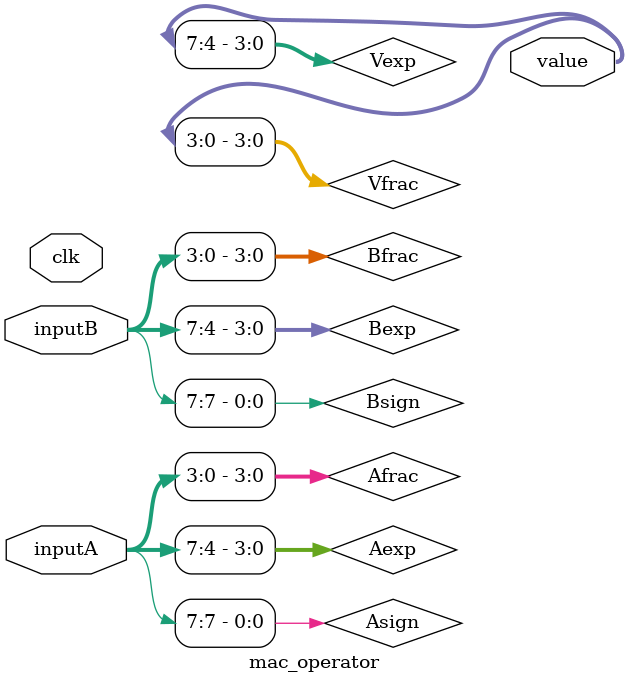
<source format=v>
module mac_operator(clk, value, inputA, inputB);
input clk;
output[7:0] value;
input[7:0] inputA;
input[7:0] inputB;

wire [3:0] Vexp = value[7:4];  //4 bit exponent
wire [3:0] Vfrac = value[3:0]; //4 bit fraction

wire Asign = inputA[7];
wire [3:0] Aexp = inputA[7:4];  //4 bit exponent
wire [3:0] Afrac = inputA[3:0]; //4 bit fraction

wire Bsign = inputB[7];
wire [3:0] Bexp = inputB[7:4];  //4 bit exponent
wire [3:0] Bfrac = inputB[3:0]; //4 bit fraction

reg St; //start flag output for mult
reg [6:0] F;    //output
reg done1;  //done flag
reg V;  //overflow flag

reg St2;    //start input for add
reg done2;  //done flag 2
reg ovf;    //overflow flag
reg unf;    //underflow flag
reg FPinput;    //floating point input
reg FPsum;  //floating point sum/output

multiply fp_multiplier(clk, St, Afrac, Aexp, Asign, Bfrac, Bexp, Bsign, F, V, U, done1);
add fp_adder(clk, done1, done2, ovf, unf, FPinput, FPsum);
endmodule

</source>
